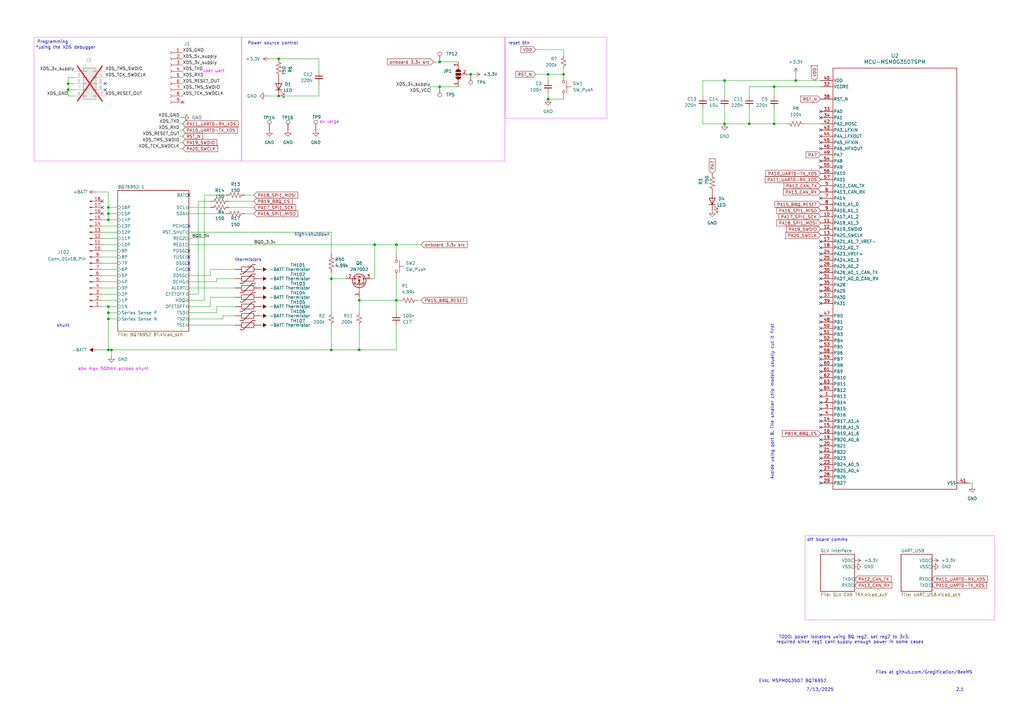
<source format=kicad_sch>
(kicad_sch (version 20250114) (generator "eeschema") (generator_version "9.0")
  (paper "A3")
  (rectangle (start 330.2 219.71) (end 407.924 254.254) (stroke (width 0) (color 234 84 255 1)))
  (rectangle (start 13.97 15.24) (end 99.06 66.04) (stroke (width 0) (color 234 84 255 1)))
  (rectangle (start 99.06 15.24) (end 207.01 66.04) (stroke (width 0) (color 234 84 255 1)))
  (rectangle (start 207.264 15.24) (end 248.92 48.514) (stroke (width 0) (color 234 84 255 1)))
  (text "7/13/2025" (at 336.296 282.956 0) (effects (font (size 1.27 1.27))))
  (text "shunt" (at 25.908 133.604 0) (effects (font (size 1.27 1.27))))
  (text "2.1" (at 393.7 282.956 0) (effects (font (size 1.27 1.27))))
  (text "reset btn" (at 212.852 17.78 0) (effects (font (size 1.27 1.27))))
  (text "Power source control" (at 101.6 17.78 0) (effects (font (size 1.27 1.27)) (justify left)))
  (text "ex large" (at 135.128 50.038 0) (effects (font (size 1.27 1.27))))
  (text "abs max 500mV across shunt" (at 46.482 151.384 0) (effects (font (size 1.27 1.27))))
  (text "Programming" (at 21.59 17.272 0) (effects (font (size 1.27 1.27))))
  (text "off board comms\n" (at 330.962 221.488 0) (effects (font (size 1.27 1.27)) (justify left)))
  (text "user uart" (at 87.63 29.21 0) (effects (font (size 1.27 1.27))))
  (text "Avoide using port B. THe smaller chip models usually cut it first" (at 316.738 164.846 90) (effects (font (size 1.27 1.27))))
  (text "thermistors" (at 101.854 106.68 0) (effects (font (size 1.27 1.27))))
  (text "TODO: power isolators using BQ reg2, set reg2 to 3v3.\n	required since reg1 cant supply enough power in some cases" (at 346.202 262.382 0) (effects (font (size 1.27 1.27))))
  (text "EVAL MSPM0G3507 BQ76952" (at 325.12 279.4 0) (effects (font (size 1.27 1.27))))
  (text "Files at github.com/Gregification/BeeMS" (at 378.968 275.844 0) (effects (font (size 1.27 1.27))))
  (text "*using the XDS debugger" (at 26.924 19.558 0) (effects (font (size 1.27 1.27))))
  (text "high=shutdown" (at 128.016 96.266 0) (effects (font (size 1.27 1.27))))
  (junction (at 44.45 143.51))
  (junction (at 231.14 30.48))
  (junction (at 224.79 30.48))
  (junction (at 44.45 87.63))
  (junction (at 317.5 50.8))
  (junction (at 44.45 128.27))
  (junction (at 147.32 143.51))
  (junction (at 114.3 39.37))
  (junction (at 180.34 25.4))
  (junction (at 147.32 123.19))
  (junction (at 114.3 24.13))
  (junction (at 162.56 123.19))
  (junction (at 44.45 130.81))
  (junction (at 153.67 100.33))
  (junction (at 44.45 90.17))
  (junction (at 44.45 85.09))
  (junction (at 307.34 50.8))
  (junction (at 45.72 143.51))
  (junction (at 135.89 143.51))
  (junction (at 297.18 50.8))
  (junction (at 297.18 33.02))
  (junction (at 193.04 30.48))
  (junction (at 162.56 100.33))
  (junction (at 135.89 114.3))
  (junction (at 27.94 36.83))
  (junction (at 326.39 33.02))
  (junction (at 44.45 125.73))
  (junction (at 27.94 34.29))
  (junction (at 180.34 35.56))
  (junction (at 224.79 40.64))
  (junction (at 317.5 35.56))
  (no_connect (at 336.55 104.14))
  (no_connect (at 336.55 154.94))
  (no_connect (at 336.55 162.56))
  (no_connect (at 336.55 147.32))
  (no_connect (at 74.93 41.91))
  (no_connect (at 336.55 187.96))
  (no_connect (at 336.55 53.34))
  (no_connect (at 336.55 137.16))
  (no_connect (at 77.47 107.95))
  (no_connect (at 336.55 134.62))
  (no_connect (at 43.18 34.29))
  (no_connect (at 336.55 182.88))
  (no_connect (at 336.55 193.04))
  (no_connect (at 336.55 58.42))
  (no_connect (at 336.55 106.68))
  (no_connect (at 336.55 111.76))
  (no_connect (at 336.55 170.18))
  (no_connect (at 336.55 129.54))
  (no_connect (at 77.47 110.49))
  (no_connect (at 336.55 144.78))
  (no_connect (at 336.55 139.7))
  (no_connect (at 336.55 198.12))
  (no_connect (at 77.47 92.71))
  (no_connect (at 336.55 68.58))
  (no_connect (at 336.55 114.3))
  (no_connect (at 336.55 157.48))
  (no_connect (at 77.47 105.41))
  (no_connect (at 336.55 152.4))
  (no_connect (at 77.47 80.01))
  (no_connect (at 336.55 101.6))
  (no_connect (at 336.55 190.5))
  (no_connect (at 336.55 185.42))
  (no_connect (at 77.47 102.87))
  (no_connect (at 336.55 119.38))
  (no_connect (at 336.55 180.34))
  (no_connect (at 336.55 195.58))
  (no_connect (at 336.55 175.26))
  (no_connect (at 336.55 109.22))
  (no_connect (at 336.55 99.06))
  (no_connect (at 336.55 116.84))
  (no_connect (at 336.55 132.08))
  (no_connect (at 336.55 167.64))
  (no_connect (at 336.55 45.72))
  (no_connect (at 336.55 142.24))
  (no_connect (at 336.55 66.04))
  (no_connect (at 336.55 48.26))
  (no_connect (at 336.55 121.92))
  (no_connect (at 336.55 172.72))
  (no_connect (at 336.55 55.88))
  (no_connect (at 336.55 60.96))
  (no_connect (at 43.18 36.83))
  (no_connect (at 336.55 160.02))
  (no_connect (at 336.55 165.1))
  (no_connect (at 336.55 124.46))
  (no_connect (at 41.91 85.09))
  (no_connect (at 336.55 149.86))
  (no_connect (at 41.91 87.63))
  (no_connect (at 41.91 82.55))
  (no_connect (at 336.55 81.28))
  (wire (pts (xy 153.67 100.33) (xy 162.56 100.33)))
  (wire (pts (xy 41.91 125.73) (xy 44.45 125.73)))
  (wire (pts (xy 114.3 24.13) (xy 130.81 24.13)))
  (wire (pts (xy 93.98 82.55) (xy 104.14 82.55)))
  (wire (pts (xy 44.45 128.27) (xy 44.45 130.81)))
  (wire (pts (xy 147.32 133.35) (xy 147.32 143.51)))
  (wire (pts (xy 73.66 50.8) (xy 74.93 50.8)))
  (wire (pts (xy 317.5 44.45) (xy 317.5 50.8)))
  (wire (pts (xy 77.47 118.11) (xy 96.52 118.11)))
  (wire (pts (xy 41.91 115.57) (xy 48.26 115.57)))
  (wire (pts (xy 73.66 58.42) (xy 74.93 58.42)))
  (wire (pts (xy 147.32 121.92) (xy 147.32 123.19)))
  (wire (pts (xy 41.91 120.65) (xy 48.26 120.65)))
  (wire (pts (xy 27.94 31.75) (xy 27.94 34.29)))
  (wire (pts (xy 297.18 33.02) (xy 326.39 33.02)))
  (wire (pts (xy 307.34 50.8) (xy 317.5 50.8)))
  (wire (pts (xy 27.94 34.29) (xy 30.48 34.29)))
  (wire (pts (xy 288.29 33.02) (xy 297.18 33.02)))
  (wire (pts (xy 44.45 128.27) (xy 48.26 128.27)))
  (wire (pts (xy 317.5 50.8) (xy 322.58 50.8)))
  (wire (pts (xy 44.45 85.09) (xy 48.26 85.09)))
  (wire (pts (xy 81.28 82.55) (xy 86.36 82.55)))
  (wire (pts (xy 88.9 125.73) (xy 96.52 125.73)))
  (wire (pts (xy 44.45 125.73) (xy 44.45 128.27)))
  (wire (pts (xy 27.94 39.37) (xy 30.48 39.37)))
  (wire (pts (xy 77.47 120.65) (xy 81.28 120.65)))
  (wire (pts (xy 39.37 143.51) (xy 44.45 143.51)))
  (wire (pts (xy 176.53 38.1) (xy 176.53 35.56)))
  (wire (pts (xy 77.47 128.27) (xy 88.9 128.27)))
  (wire (pts (xy 83.82 80.01) (xy 92.71 80.01)))
  (wire (pts (xy 193.04 30.48) (xy 191.77 30.48)))
  (wire (pts (xy 231.14 40.64) (xy 224.79 40.64)))
  (wire (pts (xy 147.32 123.19) (xy 147.32 128.27)))
  (wire (pts (xy 153.67 100.33) (xy 153.67 114.3)))
  (wire (pts (xy 41.91 95.25) (xy 48.26 95.25)))
  (wire (pts (xy 73.66 53.34) (xy 74.93 53.34)))
  (wire (pts (xy 73.66 60.96) (xy 74.93 60.96)))
  (wire (pts (xy 44.45 130.81) (xy 48.26 130.81)))
  (wire (pts (xy 171.45 123.19) (xy 172.72 123.19)))
  (wire (pts (xy 44.45 78.74) (xy 44.45 85.09)))
  (wire (pts (xy 398.78 199.39) (xy 398.78 198.12)))
  (wire (pts (xy 297.18 44.45) (xy 297.18 50.8)))
  (wire (pts (xy 194.31 30.48) (xy 193.04 30.48)))
  (wire (pts (xy 398.78 198.12) (xy 397.51 198.12)))
  (wire (pts (xy 83.82 123.19) (xy 83.82 80.01)))
  (wire (pts (xy 326.39 33.02) (xy 336.55 33.02)))
  (wire (pts (xy 135.89 111.76) (xy 135.89 114.3)))
  (wire (pts (xy 41.91 105.41) (xy 48.26 105.41)))
  (wire (pts (xy 297.18 33.02) (xy 297.18 39.37)))
  (wire (pts (xy 41.91 110.49) (xy 48.26 110.49)))
  (wire (pts (xy 109.22 39.37) (xy 114.3 39.37)))
  (wire (pts (xy 73.66 48.26) (xy 74.93 48.26)))
  (wire (pts (xy 88.9 114.3) (xy 88.9 115.57)))
  (wire (pts (xy 180.34 35.56) (xy 187.96 35.56)))
  (wire (pts (xy 73.66 55.88) (xy 74.93 55.88)))
  (wire (pts (xy 231.14 27.94) (xy 231.14 30.48)))
  (wire (pts (xy 100.33 80.01) (xy 104.14 80.01)))
  (wire (pts (xy 77.47 100.33) (xy 153.67 100.33)))
  (wire (pts (xy 45.72 143.51) (xy 135.89 143.51)))
  (wire (pts (xy 77.47 113.03) (xy 86.36 113.03)))
  (wire (pts (xy 317.5 35.56) (xy 336.55 35.56)))
  (wire (pts (xy 135.89 114.3) (xy 142.24 114.3)))
  (wire (pts (xy 91.44 129.54) (xy 96.52 129.54)))
  (wire (pts (xy 219.71 20.32) (xy 231.14 20.32)))
  (wire (pts (xy 77.47 133.35) (xy 96.52 133.35)))
  (wire (pts (xy 162.56 114.3) (xy 162.56 123.19)))
  (wire (pts (xy 77.47 87.63) (xy 92.71 87.63)))
  (wire (pts (xy 77.47 130.81) (xy 91.44 130.81)))
  (wire (pts (xy 224.79 30.48) (xy 224.79 33.02)))
  (wire (pts (xy 147.32 123.19) (xy 162.56 123.19)))
  (wire (pts (xy 44.45 130.81) (xy 44.45 143.51)))
  (wire (pts (xy 130.81 34.29) (xy 130.81 39.37)))
  (wire (pts (xy 297.18 50.8) (xy 307.34 50.8)))
  (wire (pts (xy 180.34 25.4) (xy 187.96 25.4)))
  (wire (pts (xy 77.47 125.73) (xy 86.36 125.73)))
  (wire (pts (xy 100.33 87.63) (xy 104.14 87.63)))
  (wire (pts (xy 27.94 36.83) (xy 30.48 36.83)))
  (wire (pts (xy 162.56 143.51) (xy 147.32 143.51)))
  (wire (pts (xy 224.79 40.64) (xy 224.79 38.1)))
  (wire (pts (xy 27.94 39.37) (xy 27.94 36.83)))
  (wire (pts (xy 41.91 97.79) (xy 48.26 97.79)))
  (wire (pts (xy 219.71 30.48) (xy 224.79 30.48)))
  (wire (pts (xy 86.36 121.92) (xy 86.36 125.73)))
  (wire (pts (xy 231.14 20.32) (xy 231.14 22.86)))
  (wire (pts (xy 162.56 123.19) (xy 163.83 123.19)))
  (wire (pts (xy 162.56 123.19) (xy 162.56 128.27)))
  (wire (pts (xy 307.34 35.56) (xy 317.5 35.56)))
  (wire (pts (xy 110.49 24.13) (xy 114.3 24.13)))
  (wire (pts (xy 162.56 100.33) (xy 172.72 100.33)))
  (wire (pts (xy 96.52 114.3) (xy 88.9 114.3)))
  (wire (pts (xy 39.37 78.74) (xy 44.45 78.74)))
  (wire (pts (xy 176.53 35.56) (xy 180.34 35.56)))
  (wire (pts (xy 41.91 107.95) (xy 48.26 107.95)))
  (wire (pts (xy 41.91 102.87) (xy 48.26 102.87)))
  (wire (pts (xy 153.67 114.3) (xy 152.4 114.3)))
  (wire (pts (xy 77.47 97.79) (xy 78.74 97.79)))
  (wire (pts (xy 307.34 35.56) (xy 307.34 39.37)))
  (wire (pts (xy 330.2 50.8) (xy 336.55 50.8)))
  (wire (pts (xy 135.89 133.35) (xy 135.89 143.51)))
  (wire (pts (xy 41.91 90.17) (xy 44.45 90.17)))
  (wire (pts (xy 288.29 44.45) (xy 288.29 50.8)))
  (wire (pts (xy 135.89 143.51) (xy 147.32 143.51)))
  (wire (pts (xy 44.45 87.63) (xy 44.45 90.17)))
  (wire (pts (xy 162.56 100.33) (xy 162.56 104.14)))
  (wire (pts (xy 162.56 133.35) (xy 162.56 143.51)))
  (wire (pts (xy 130.81 24.13) (xy 130.81 29.21)))
  (wire (pts (xy 41.91 92.71) (xy 48.26 92.71)))
  (wire (pts (xy 177.8 25.4) (xy 180.34 25.4)))
  (wire (pts (xy 288.29 33.02) (xy 288.29 39.37)))
  (wire (pts (xy 135.89 114.3) (xy 135.89 128.27)))
  (wire (pts (xy 77.47 115.57) (xy 88.9 115.57)))
  (wire (pts (xy 307.34 50.8) (xy 307.34 44.45)))
  (wire (pts (xy 27.94 31.75) (xy 30.48 31.75)))
  (wire (pts (xy 88.9 125.73) (xy 88.9 128.27)))
  (wire (pts (xy 44.45 85.09) (xy 44.45 87.63)))
  (wire (pts (xy 288.29 50.8) (xy 297.18 50.8)))
  (wire (pts (xy 224.79 30.48) (xy 231.14 30.48)))
  (wire (pts (xy 317.5 35.56) (xy 317.5 39.37)))
  (wire (pts (xy 326.39 30.48) (xy 326.39 33.02)))
  (wire (pts (xy 114.3 39.37) (xy 130.81 39.37)))
  (wire (pts (xy 44.45 125.73) (xy 48.26 125.73)))
  (wire (pts (xy 77.47 85.09) (xy 86.36 85.09)))
  (wire (pts (xy 41.91 123.19) (xy 48.26 123.19)))
  (wire (pts (xy 77.47 95.25) (xy 135.89 95.25)))
  (wire (pts (xy 135.89 95.25) (xy 135.89 104.14)))
  (wire (pts (xy 41.91 118.11) (xy 48.26 118.11)))
  (wire (pts (xy 93.98 85.09) (xy 104.14 85.09)))
  (wire (pts (xy 86.36 110.49) (xy 86.36 113.03)))
  (wire (pts (xy 27.94 36.83) (xy 27.94 34.29)))
  (wire (pts (xy 44.45 87.63) (xy 48.26 87.63)))
  (wire (pts (xy 41.91 100.33) (xy 48.26 100.33)))
  (wire (pts (xy 96.52 110.49) (xy 86.36 110.49)))
  (wire (pts (xy 91.44 130.81) (xy 91.44 129.54)))
  (wire (pts (xy 44.45 90.17) (xy 48.26 90.17)))
  (wire (pts (xy 77.47 123.19) (xy 83.82 123.19)))
  (wire (pts (xy 41.91 113.03) (xy 48.26 113.03)))
  (wire (pts (xy 81.28 82.55) (xy 81.28 120.65)))
  (wire (pts (xy 86.36 121.92) (xy 96.52 121.92)))
  (wire (pts (xy 44.45 143.51) (xy 45.72 143.51)))
  (wire (pts (xy 45.72 143.51) (xy 45.72 146.05)))
  (label "XDS_TMS_SWDIO" (at 73.66 58.42 180))
  (label "XDS_TXD" (at 74.93 29.21 0))
  (label "XDS_TCK_SWDCLK" (at 74.93 39.37 0))
  (label "XDS_GND" (at 74.93 21.59 0))
  (label "XDS_TMS_SWDIO" (at 43.18 29.21 0))
  (label "XDS_TMS_SWDIO" (at 74.93 36.83 0))
  (label "BQ0_3.3v" (at 104.14 100.33 0))
  (label "XDS_3v_supply" (at 30.48 29.21 180))
  (label "XDS_5v_supply" (at 74.93 24.13 0))
  (label "XDS_VCC" (at 176.53 38.1 180))
  (label "XDS_RESET_OUT" (at 74.93 34.29 0))
  (label "XDS_GND" (at 73.66 48.26 180))
  (label "XDS_3v_supply" (at 74.93 26.67 0))
  (label "XDS_TCK_SWDCLK" (at 43.18 31.75 0))
  (label "XDS_RXD" (at 74.93 31.75 0))
  (label "XDS_RESET_OUT" (at 43.18 39.37 0))
  (label "XDS_RESET_OUT" (at 73.66 55.88 180))
  (label "XDS_3v_supply" (at 176.53 35.56 180))
  (label "XDS_GND" (at 27.94 39.37 180))
  (label "XDS_TXD" (at 73.66 50.8 180))
  (label "XDS_RXD" (at 73.66 53.34 180))
  (label "XDS_TCK_SWDCLK" (at 73.66 60.96 180))
  (label "BQ0_5v" (at 78.74 97.79 0))
  (global_label "PA17_SPI1_SCK" (shape input) (at 336.55 88.9 180) (property "Intersheetrefs" "${INTERSHEET_REFS}" (effects (hide yes))))
  (global_label "PA12_CAN_TX" (shape input) (at 336.55 76.2 180) (property "Intersheetrefs" "${INTERSHEET_REFS}" (effects (hide yes))))
  (global_label "PA7" (shape input) (at 336.55 63.5 180) (property "Intersheetrefs" "${INTERSHEET_REFS}" (effects (hide yes))))
  (global_label "PA15_BBQ_RESET" (shape input) (at 336.55 83.82 180) (property "Intersheetrefs" "${INTERSHEET_REFS}" (effects (hide yes))))
  (global_label "PA10_UART0-TX_XDS" (shape input) (at 382.27 240.03 0) (property "Intersheetrefs" "${INTERSHEET_REFS}" (effects (hide yes))))
  (global_label "PA17_SPI1_SCK" (shape input) (at 104.14 85.09 0) (property "Intersheetrefs" "${INTERSHEET_REFS}" (effects (hide yes))))
  (global_label "PA16_SPI1_MISO" (shape input) (at 104.14 87.63 0) (property "Intersheetrefs" "${INTERSHEET_REFS}" (effects (hide yes))))
  (global_label "PB19_BBQ_CS" (shape input) (at 336.55 177.8 180) (property "Intersheetrefs" "${INTERSHEET_REFS}" (effects (hide yes))))
  (global_label "VDD" (shape input) (at 334.01 33.02 90) (property "Intersheetrefs" "${INTERSHEET_REFS}" (effects (hide yes))))
  (global_label "RST_N" (shape input) (at 219.71 30.48 180) (property "Intersheetrefs" "${INTERSHEET_REFS}" (effects (hide yes))))
  (global_label "PA13_CAN_RX" (shape input) (at 350.52 240.03 0) (property "Intersheetrefs" "${INTERSHEET_REFS}" (effects (hide yes))))
  (global_label "PA11_UART0-RX_XDS" (shape input) (at 382.27 237.49 0) (property "Intersheetrefs" "${INTERSHEET_REFS}" (effects (hide yes))))
  (global_label "PA11_UART0-RX_XDS" (shape input) (at 336.55 73.66 180) (property "Intersheetrefs" "${INTERSHEET_REFS}" (effects (hide yes))))
  (global_label "PA20_SWCLK" (shape input) (at 74.93 60.96 0) (property "Intersheetrefs" "${INTERSHEET_REFS}" (effects (hide yes))))
  (global_label "PA13_CAN_RX" (shape input) (at 336.55 78.74 180) (property "Intersheetrefs" "${INTERSHEET_REFS}" (effects (hide yes))))
  (global_label "onboard 3.3v src" (shape input) (at 177.8 25.4 180) (property "Intersheetrefs" "${INTERSHEET_REFS}" (effects (hide yes))))
  (global_label "PA18_SPI1_MOSI" (shape input) (at 336.55 91.44 180) (property "Intersheetrefs" "${INTERSHEET_REFS}" (effects (hide yes))))
  (global_label "PA10_UART0-TX_XDS" (shape input) (at 336.55 71.12 180) (property "Intersheetrefs" "${INTERSHEET_REFS}" (effects (hide yes))))
  (global_label "PA10_UART0-TX_XDS" (shape input) (at 74.93 53.34 0) (property "Intersheetrefs" "${INTERSHEET_REFS}" (effects (hide yes))))
  (global_label "onboard 3.3v src" (shape input) (at 172.72 100.33 0) (property "Intersheetrefs" "${INTERSHEET_REFS}" (effects (hide yes))))
  (global_label "PA19_SWDIO" (shape input) (at 74.93 58.42 0) (property "Intersheetrefs" "${INTERSHEET_REFS}" (effects (hide yes))))
  (global_label "PA12_CAN_TX" (shape input) (at 350.52 237.49 0) (property "Intersheetrefs" "${INTERSHEET_REFS}" (effects (hide yes))))
  (global_label "PA15_BBQ_RESET" (shape input) (at 172.72 123.19 0) (property "Intersheetrefs" "${INTERSHEET_REFS}" (effects (hide yes))))
  (global_label "VDD" (shape input) (at 219.71 20.32 180) (property "Intersheetrefs" "${INTERSHEET_REFS}" (effects (hide yes))))
  (global_label "PA11_UART0-RX_XDS" (shape input) (at 74.93 50.8 0) (property "Intersheetrefs" "${INTERSHEET_REFS}" (effects (hide yes))))
  (global_label "PA19_SWDIO" (shape input) (at 336.55 93.98 180) (property "Intersheetrefs" "${INTERSHEET_REFS}" (effects (hide yes))))
  (global_label "PB19_BBQ_CS" (shape input) (at 104.14 82.55 0) (property "Intersheetrefs" "${INTERSHEET_REFS}" (effects (hide yes))))
  (global_label "PA16_SPI1_MISO" (shape input) (at 336.55 86.36 180) (property "Intersheetrefs" "${INTERSHEET_REFS}" (effects (hide yes))))
  (global_label "PA20_SWCLK" (shape input) (at 336.55 96.52 180) (property "Intersheetrefs" "${INTERSHEET_REFS}" (effects (hide yes))))
  (global_label "PA18_SPI1_MOSI" (shape input) (at 104.14 80.01 0) (property "Intersheetrefs" "${INTERSHEET_REFS}" (effects (hide yes))))
  (global_label "PA7" (shape input) (at 292.1 71.12 90) (property "Intersheetrefs" "${INTERSHEET_REFS}" (effects (hide yes))))
  (global_label "RST_N" (shape input) (at 336.55 40.64 180) (property "Intersheetrefs" "${INTERSHEET_REFS}" (effects (hide yes))))
  (global_label "RST_N" (shape input) (at 74.93 55.88 0) (property "Intersheetrefs" "${INTERSHEET_REFS}" (effects (hide yes))))
  (symbol (lib_id "Device:R_US") (at 90.17 85.09 270) (unit 1)
    (property "Reference" "R4" (at 92.075 86.995 90) (effects (justify right)))
    (property "Value" "150" (at 92.075 89.535 90) (effects (justify right)))
    (property "Footprint" "Resistor_SMD:R_1206_3216Metric_Pad1.30x1.75mm_HandSolder" (effects (hide yes)))
    (property "Description" "Resistor, US symbol" (effects (hide yes)))
    (property "mouser" "https://www.mouser.com/ProductDetail/YAGEO/AC1206FR-7W150RL?qs=sGAEpiMZZMtlubZbdhIBICFms2LWLh%252Bq5GguBuup7BI%3D" (effects (hide yes)))
    (property "specs" "150Ohm, 500mW, 1%, 200V, -55C, +155C" (effects (hide yes)))
    (property "unit x10" "0.032" (effects (hide yes)))
  )
  (symbol (lib_id "Device:R_Small_US") (at 147.32 130.81 0) (mirror x) (unit 1)
    (property "Reference" "R11" (at 144.78 129.5399 0) (effects (justify right)))
    (property "Value" "200k" (at 144.78 132.0799 0) (effects (justify right)))
    (property "Footprint" "Resistor_SMD:R_0805_2012Metric_Pad1.20x1.40mm_HandSolder" (effects (hide yes)))
    (property "Description" "Resistor, small US symbol" (effects (hide yes)))
    (property "mouser" "https://www.mouser.com/ProductDetail/KOA-Speer/RK73H2ATTDD2003F?qs=sGAEpiMZZMtlubZbdhIBIAyoqdA8MvAxN%252BSNgJK1iJE%3D" (effects (hide yes)))
    (property "unit x10" "0.1" (effects (hide yes)))
    (property "unit x1" "0.02" (effects (hide yes)))
    (property "specs " "250mW, 200k, 1%" (effects (hide yes)))
  )
  (symbol (lib_id "Device:LED") (at 114.3 35.56 90) (unit 1)
    (property "Reference" "D1" (at 118.11 34.544 90))
    (property "Value" "LED" (at 118.11 37.084 90))
    (property "Footprint" "LED_SMD:LED_0603_1608Metric" (effects (hide yes)))
    (property "Description" "Amber LED, 5mA, 1.9Vf, 5Vr, 75mW" (effects (hide yes)))
    (property "Sim.Pins" "1=K 2=A" (effects (hide yes)))
    (property "mouser" "https://www.mouser.com/ProductDetail/Inolux/IN-S63AT5A?qs=sGAEpiMZZMusoohG2hS%252B168PbK3Wnfgfrs6xlVjjR%2FyR990S%252B53E4A%3D%3D" (effects (hide yes)))
    (property "specs" "amber, 5mA, 1.9V, 75mW, -40C, +85C" (effects (hide yes)))
    (property "unit x10" "0.118" (effects (hide yes)))
  )
  (symbol (lib_id "Device:R_Small_US") (at 231.14 25.4 0) (mirror x) (unit 1)
    (property "Reference" "R7" (at 228.6 24.1299 0) (effects (justify right)))
    (property "Value" "200k" (at 228.6 26.6699 0) (effects (justify right)))
    (property "Footprint" "Resistor_SMD:R_0805_2012Metric_Pad1.20x1.40mm_HandSolder" (effects (hide yes)))
    (property "Description" "Resistor, small US symbol" (effects (hide yes)))
    (property "mouser" "https://www.mouser.com/ProductDetail/KOA-Speer/RK73H2ATTDD2003F?qs=sGAEpiMZZMtlubZbdhIBIAyoqdA8MvAxN%252BSNgJK1iJE%3D" (effects (hide yes)))
    (property "unit x10" "0.1" (effects (hide yes)))
    (property "unit x1" "0.02" (effects (hide yes)))
    (property "specs " "250mW, 200k, 1%" (effects (hide yes)))
  )
  (symbol (lib_id "Switch:SW_Push") (at 162.56 109.22 270) (unit 1)
    (property "Reference" "SW2" (at 166.37 107.9499 90) (effects (justify left)))
    (property "Value" "SW_Push" (at 166.37 110.4899 90) (effects (justify left)))
    (property "Footprint" "Button_Switch_SMD:SW_SPST_PTS645" (effects (hide yes)))
    (property "Datasheet" "https://www.mouser.com/ProductDetail/Soldered/101111?qs=%252BXxaIXUDbq05T1Vr5nLouw%3D%3D" (effects (hide yes)))
    (property "Description" "Push button switch, generic, two pins" (effects (hide yes)))
    (property "mouser" "https://www.mouser.com/ProductDetail/CK/KSC251J-SP-DELTA-LFS?qs=sGAEpiMZZMtFyPk3yBMYYFTocizRX9VpYSHB0QfEbpY%3D" (effects (hide yes)))
    (property "unit x10" "0.532" (effects (hide yes)))
  )
  (symbol (lib_id "power:GND") (at 224.79 40.64 0) (unit 1)
    (property "Reference" "#PWR010" (effects (hide yes)))
    (property "Value" "GND" (at 224.79 45.72 0))
    (property "Description" "Power symbol creates a global label with name \"GND\" , ground" (effects (hide yes)))
  )
  (symbol (lib_id "power:-BATT") (at 106.68 121.92 270) (unit 1)
    (property "Reference" "#PWR0107" (effects (hide yes)))
    (property "Value" "-BATT" (at 110.49 121.9201 90) (effects (justify left)))
    (property "Description" "Power symbol creates a global label with name \"-BATT\"" (effects (hide yes)))
  )
  (symbol (lib_id "power:-BATT") (at 106.68 125.73 270) (unit 1)
    (property "Reference" "#PWR0108" (effects (hide yes)))
    (property "Value" "-BATT" (at 110.49 125.7301 90) (effects (justify left)))
    (property "Description" "Power symbol creates a global label with name \"-BATT\"" (effects (hide yes)))
  )
  (symbol (lib_id "power:-BATT") (at 106.68 114.3 270) (unit 1)
    (property "Reference" "#PWR0105" (effects (hide yes)))
    (property "Value" "-BATT" (at 110.49 114.3001 90) (effects (justify left)))
    (property "Description" "Power symbol creates a global label with name \"-BATT\"" (effects (hide yes)))
  )
  (symbol (lib_id "Transistor_FET:2N7002") (at 147.32 116.84 270) (mirror x) (unit 1)
    (property "Reference" "Q6" (at 147.32 107.95 90))
    (property "Value" "2N7002" (at 147.32 110.49 90))
    (property "Footprint" "Package_TO_SOT_SMD:SOT-23" (effects (hide yes)))
    (property "Datasheet" "https://www.onsemi.com/pub/Collateral/NDS7002A-D.PDF" (effects (hide yes)))
    (property "Description" "0.115A Id, 60V Vds, N-Channel MOSFET, SOT-23" (effects (hide yes)))
    (property "mouser" "https://www.mouser.com/ProductDetail/Diotec-Semiconductor/2N7002?qs=OlC7AqGiEDmcCpiykpS%252BnA%3D%3D" (effects (hide yes)))
    (property "specs" "NChan, 60V, 250mA, 1v1thresh, 440mW, 1.6Ohms" (effects (hide yes)))
    (property "unit x10" "0.09" (effects (hide yes)))
    (property "unit x1" "0.12" (effects (hide yes)))
  )
  (symbol (lib_id "power:GND") (at 110.49 53.34 0) (unit 1)
    (property "Reference" "#PWR05" (effects (hide yes)))
    (property "Value" "GND" (at 110.49 58.42 0))
    (property "Description" "Power symbol creates a global label with name \"GND\" , ground" (effects (hide yes)))
  )
  (symbol (lib_id "Switch:SW_Push") (at 231.14 35.56 270) (unit 1)
    (property "Reference" "SW1" (at 234.95 34.2899 90) (effects (justify left)))
    (property "Value" "SW_Push" (at 234.95 36.8299 90) (effects (justify left)))
    (property "Footprint" "Button_Switch_SMD:SW_SPST_PTS645" (effects (hide yes)))
    (property "Datasheet" "https://www.mouser.com/ProductDetail/Soldered/101111?qs=%252BXxaIXUDbq05T1Vr5nLouw%3D%3D" (effects (hide yes)))
    (property "Description" "Push button switch, generic, two pins" (effects (hide yes)))
    (property "mouser" "https://www.mouser.com/ProductDetail/CK/KSC251J-SP-DELTA-LFS?qs=sGAEpiMZZMtFyPk3yBMYYFTocizRX9VpYSHB0QfEbpY%3D" (effects (hide yes)))
    (property "unit x10" "0.532" (effects (hide yes)))
  )
  (symbol (lib_id "Device:LED") (at 292.1 82.55 90) (unit 1)
    (property "Reference" "D4" (at 295.91 81.534 90))
    (property "Value" "LED" (at 295.91 84.074 90))
    (property "Footprint" "LED_SMD:LED_0603_1608Metric" (effects (hide yes)))
    (property "Description" "Amber LED, 5mA, 1.9Vf, 5Vr, 75mW" (effects (hide yes)))
    (property "Sim.Pins" "1=K 2=A" (effects (hide yes)))
    (property "mouser" "https://www.mouser.com/ProductDetail/Inolux/IN-S63AT5A?qs=sGAEpiMZZMusoohG2hS%252B168PbK3Wnfgfrs6xlVjjR%2FyR990S%252B53E4A%3D%3D" (effects (hide yes)))
    (property "specs" "amber, 5mA, 1.9V, 75mW, -40C, +85C" (effects (hide yes)))
    (property "unit x10" "0.118" (effects (hide yes)))
  )
  (symbol (lib_id "power:+3.3V") (at 110.49 24.13 90) (unit 1)
    (property "Reference" "#PWR020" (effects (hide yes)))
    (property "Value" "+3.3V" (at 106.68 24.1299 90) (effects (justify left)))
    (property "Description" "Power symbol creates a global label with name \"+3.3V\"" (effects (hide yes)))
  )
  (symbol (lib_id "power:-BATT") (at 106.68 129.54 270) (unit 1)
    (property "Reference" "#PWR0109" (effects (hide yes)))
    (property "Value" "-BATT" (at 110.49 129.5401 90) (effects (justify left)))
    (property "Description" "Power symbol creates a global label with name \"-BATT\"" (effects (hide yes)))
  )
  (symbol (lib_id "Device:Thermistor") (at 101.6 133.35 90) (unit 1)
    (property "Reference" "TH107" (at 122.174 131.572 90))
    (property "Value" "Thermistor" (at 122.174 133.35 90))
    (property "Footprint" "Resistor_SMD:R_1206_3216Metric" (effects (hide yes)))
    (property "Datasheet" "https://www.mouser.com/catalog/specsheets/semitec_atthermistor.pdf" (effects (hide yes)))
    (property "Description" "Temperature dependent resistor" (effects (hide yes)))
    (property "mouser" "https://www.mouser.com/ProductDetail/Semitec/103AT-2?qs=wgO0AD0o1vvcDzsKguD%2Bew%3D%3D&srsltid=AfmBOooUcbWOzFYbR_yLlES88fRwyUsa0gc9wqxUpY0n7HWnXUXQ11PP" (effects (hide yes)))
  )
  (symbol (lib_id "Device:C_Small") (at 317.5 41.91 0) (mirror y) (unit 1)
    (property "Reference" "C5" (at 314.96 40.6462 0) (effects (justify left)))
    (property "Value" "220n" (at 314.96 43.1862 0) (effects (justify left)))
    (property "Footprint" "Capacitor_SMD:C_1206_3216Metric_Pad1.33x1.80mm_HandSolder" (effects (hide yes)))
    (property "Datasheet" "https://www.mouser.com/ProductDetail/Samsung-Electro-Mechanics/CL31B224KBFNNNF?qs=sGAEpiMZZMsh%252B1woXyUXj7iNKXiFkBmw7C%252BUlKpuDJ8%3D" (effects (hide yes)))
    (property "Description" "50Vdc, 10%, +125C" (effects (hide yes)))
    (property "mouser" "https://www.mouser.com/ProductDetail/Samsung-Electro-Mechanics/CL31B224KBFNNNF?qs=sGAEpiMZZMsh%252B1woXyUXj7iNKXiFkBmw7C%252BUlKpuDJ8%3D" (effects (hide yes)))
    (property "specs" "50VDC, X7R, 10%, -55C, +125C, 220nF" (effects (hide yes)))
    (property "unit x10" "0.054" (effects (hide yes)))
  )
  (symbol (lib_id "Connector:TestPoint") (at 110.49 53.34 0) (unit 1) (in_bom no)
    (property "Reference" "TP14" (at 107.95 48.26 0) (effects (justify left)))
    (property "Value" "TestPoint" (effects (hide yes)))
    (property "Footprint" "TestPoint:TestPoint_Loop_D2.50mm_Drill1.0mm_LowProfile" (effects (hide yes)))
    (property "Description" "test point" (effects (hide yes)))
  )
  (symbol (lib_id "Connector:TestPoint") (at 129.54 53.34 0) (unit 1) (in_bom no)
    (property "Reference" "TP9" (at 128.016 48.006 0) (effects (justify left)))
    (property "Value" "TestPoint" (effects (hide yes)))
    (property "Footprint" "TestPoint:TestPoint_THTPad_3.0x3.0mm_Drill1.5mm" (effects (hide yes)))
    (property "Description" "test point" (effects (hide yes)))
  )
  (symbol (lib_id "Device:C_Small") (at 307.34 41.91 0) (mirror y) (unit 1)
    (property "Reference" "C11" (at 304.8 40.6462 0) (effects (justify left)))
    (property "Value" "220n" (at 304.8 43.1862 0) (effects (justify left)))
    (property "Footprint" "Capacitor_SMD:C_1206_3216Metric_Pad1.33x1.80mm_HandSolder" (effects (hide yes)))
    (property "Datasheet" "https://www.mouser.com/ProductDetail/Samsung-Electro-Mechanics/CL31B224KBFNNNF?qs=sGAEpiMZZMsh%252B1woXyUXj7iNKXiFkBmw7C%252BUlKpuDJ8%3D" (effects (hide yes)))
    (property "Description" "50Vdc, 10%, +125C" (effects (hide yes)))
    (property "mouser" "https://www.mouser.com/ProductDetail/Samsung-Electro-Mechanics/CL31B224KBFNNNF?qs=sGAEpiMZZMsh%252B1woXyUXj7iNKXiFkBmw7C%252BUlKpuDJ8%3D" (effects (hide yes)))
    (property "specs" "50VDC, X7R, 10%, -55C, +125C, 220nF" (effects (hide yes)))
    (property "unit x10" "0.054" (effects (hide yes)))
  )
  (symbol (lib_id "power:-BATT") (at 106.68 133.35 270) (unit 1)
    (property "Reference" "#PWR0110" (effects (hide yes)))
    (property "Value" "-BATT" (at 110.49 133.3501 90) (effects (justify left)))
    (property "Description" "Power symbol creates a global label with name \"-BATT\"" (effects (hide yes)))
  )
  (symbol (lib_id "power:+BATT") (at 39.37 78.74 90) (unit 1)
    (property "Reference" "#PWR0101" (effects (hide yes)))
    (property "Value" "+BATT" (at 33.02 78.74 90))
    (property "Description" "Power symbol creates a global label with name \"+BATT\"" (effects (hide yes)))
  )
  (symbol (lib_id "Connector:TestPoint") (at 193.04 30.48 180) (unit 1) (in_bom no)
    (property "Reference" "TP4" (at 195.58 33.7819 0) (effects (justify right)))
    (property "Value" "TestPoint" (effects (hide yes)))
    (property "Footprint" "TestPoint:TestPoint_Loop_D2.50mm_Drill1.0mm_LowProfile" (effects (hide yes)))
    (property "Description" "test point" (effects (hide yes)))
  )
  (symbol (lib_id "power:-BATT") (at 106.68 110.49 270) (unit 1)
    (property "Reference" "#PWR0104" (effects (hide yes)))
    (property "Value" "-BATT" (at 110.49 110.4901 90) (effects (justify left)))
    (property "Description" "Power symbol creates a global label with name \"-BATT\"" (effects (hide yes)))
  )
  (symbol (lib_id "power:GND") (at 292.1 86.36 0) (unit 1)
    (property "Reference" "#PWR034" (effects (hide yes)))
    (property "Value" "GND" (at 292.1 91.44 0))
    (property "Description" "Power symbol creates a global label with name \"GND\" , ground" (effects (hide yes)))
  )
  (symbol (lib_id "Device:R_Small_US") (at 135.89 130.81 0) (mirror x) (unit 1)
    (property "Reference" "R2" (at 133.35 129.5399 0) (effects (justify right)))
    (property "Value" "200k" (at 133.35 132.0799 0) (effects (justify right)))
    (property "Footprint" "Resistor_SMD:R_0805_2012Metric_Pad1.20x1.40mm_HandSolder" (effects (hide yes)))
    (property "Description" "Resistor, small US symbol" (effects (hide yes)))
    (property "mouser" "https://www.mouser.com/ProductDetail/KOA-Speer/RK73H2ATTDD2003F?qs=sGAEpiMZZMtlubZbdhIBIAyoqdA8MvAxN%252BSNgJK1iJE%3D" (effects (hide yes)))
    (property "unit x10" "0.1" (effects (hide yes)))
    (property "unit x1" "0.02" (effects (hide yes)))
    (property "specs " "250mW, 200k, 1%" (effects (hide yes)))
  )
  (symbol (lib_id "Device:R_US") (at 96.52 87.63 270) (unit 1)
    (property "Reference" "R17" (at 94.615 89.535 90) (effects (justify left)))
    (property "Value" "150" (at 94.615 92.075 90) (effects (justify left)))
    (property "Footprint" "Resistor_SMD:R_1206_3216Metric_Pad1.30x1.75mm_HandSolder" (effects (hide yes)))
    (property "Description" "Resistor, US symbol" (effects (hide yes)))
    (property "mouser" "https://www.mouser.com/ProductDetail/YAGEO/AC1206FR-7W150RL?qs=sGAEpiMZZMtlubZbdhIBICFms2LWLh%252Bq5GguBuup7BI%3D" (effects (hide yes)))
    (property "specs" "150Ohm, 500mW, 1%, 200V, -55C, +155C" (effects (hide yes)))
    (property "unit x10" "0.032" (effects (hide yes)))
  )
  (symbol (lib_id "power:GND") (at 350.52 232.41 90) (unit 1)
    (property "Reference" "#PWR07" (effects (hide yes)))
    (property "Value" "GND" (at 354.33 232.4101 90) (effects (justify right)))
    (property "Description" "Power symbol creates a global label with name \"GND\" , ground" (effects (hide yes)))
  )
  (symbol (lib_id "power:-BATT") (at 39.37 143.51 90) (unit 1)
    (property "Reference" "#PWR0102" (effects (hide yes)))
    (property "Value" "-BATT" (at 35.56 143.5099 90) (effects (justify left)))
    (property "Description" "Power symbol creates a global label with name \"-BATT\"" (effects (hide yes)))
  )
  (symbol (lib_id "power:+3.3V") (at 382.27 229.87 270) (unit 1)
    (property "Reference" "#PWR04" (effects (hide yes)))
    (property "Value" "+3.3V" (at 386.08 229.8699 90) (effects (justify left)))
    (property "Description" "Power symbol creates a global label with name \"+3.3V\"" (effects (hide yes)))
  )
  (symbol (lib_id "zzLocalLibrary:MCU-MSM0G3507SPM") (at 336.55 33.02 0) (unit 1)
    (property "Reference" "U2" (at 367.03 22.86 0) (effects (font (size 1.524 1.524))))
    (property "Value" "MCU-MSM0G3507SPM" (at 367.03 25.4 0) (effects (font (size 1.524 1.524))))
    (property "Footprint" "zzLocalLibraries-Footprints:MSPM0G3507-64-IPC_A" (effects (hide yes)))
    (property "Datasheet" "https://www.mouser.com/ProductDetail/Texas-Instruments/MSPM0G3507SPMR?qs=ST9lo4GX8V0tukxOtqK%252B6A%3D%3D" (effects (hide yes)))
    (property "mouser" "https://www.mouser.com/ProductDetail/595-MSPM0G3507SPMR" (effects (hide yes)))
    (property "unit x10" "1.81" (effects (hide yes)))
  )
  (symbol (lib_id "power:GND") (at 398.78 199.39 0) (unit 1)
    (property "Reference" "#PWR012" (effects (hide yes)))
    (property "Value" "GND" (at 398.78 204.47 0))
    (property "Description" "Power symbol creates a global label with name \"GND\" , ground" (effects (hide yes)))
  )
  (symbol (lib_id "Connector_Generic:Conn_02x05_Odd_Even") (at 35.56 34.29 0) (unit 1) (exclude_from_sim yes) (in_bom no) (on_board no) (dnp yes)
    (property "Reference" "J2" (at 36.322 24.638 0))
    (property "Value" "Conn_02x05_Odd_Even" (effects (hide yes)))
    (property "Footprint" "Connector_PinHeader_1.27mm:PinHeader_2x05_P1.27mm_Vertical_SMD" (effects (hide yes)))
    (property "Datasheet" "https://www.mouser.com/ProductDetail/Samtec/FTSH-105-01-L-DV-K?qs=%252B5JSS813miOqo3Vy%252BvhCFg%3D%3D&mgh=1&utm_id=22307413912&utm_source=google&utm_medium=cpc&utm_marketing_tactic=amercorp&gad_source=1&gad_campaignid=22307417416&gclid=EAIaIQobChMI7euR0cGajgMVHEp_AB1IOho8EAQYASABEgIaMPD_BwE" (effects (hide yes)))
    (property "Description" "https://www.digikey.com/en/products/detail/adafruit-industries-llc/556/6827041?gclsrc=aw.ds&gad_source=1&gad_campaignid=20232005509&gclid=EAIaIQobChMIgoT1icKajgMVrXJ_AB3caCGqEAQYByABEgJ-U_D_BwE" (effects (hide yes)))
  )
  (symbol (lib_id "Device:Thermistor") (at 101.6 129.54 90) (unit 1)
    (property "Reference" "TH106" (at 122.174 127.762 90))
    (property "Value" "Thermistor" (at 122.174 129.54 90))
    (property "Footprint" "Resistor_SMD:R_1206_3216Metric" (effects (hide yes)))
    (property "Datasheet" "https://www.mouser.com/catalog/specsheets/semitec_atthermistor.pdf" (effects (hide yes)))
    (property "Description" "Temperature dependent resistor" (effects (hide yes)))
    (property "mouser" "https://www.mouser.com/ProductDetail/Semitec/103AT-2?qs=wgO0AD0o1vvcDzsKguD%2Bew%3D%3D&srsltid=AfmBOooUcbWOzFYbR_yLlES88fRwyUsa0gc9wqxUpY0n7HWnXUXQ11PP" (effects (hide yes)))
  )
  (symbol (lib_id "power:GND") (at 109.22 39.37 270) (unit 1)
    (property "Reference" "#PWR017" (effects (hide yes)))
    (property "Value" "GND" (at 105.41 39.3699 90) (effects (justify right)))
    (property "Description" "Power symbol creates a global label with name \"GND\" , ground" (effects (hide yes)))
  )
  (symbol (lib_id "Connector:Conn_01x09_Socket") (at 69.85 31.75 0) (mirror y) (unit 1) (in_bom no)
    (property "Reference" "J1" (at 76.708 18.034 0))
    (property "Value" "Conn_01x09_Socket" (effects (hide yes)))
    (property "Footprint" "Connector_PinHeader_2.54mm:PinHeader_1x09_P2.54mm_Vertical" (effects (hide yes)))
    (property "Description" "Generic connector, single row, 01x09, script generated" (effects (hide yes)))
    (property "mouser" "https://www.mouser.com/ProductDetail/3M-Electronic-Solutions-Division/929400-01-07-RK?qs=8Li5tweT5mxAnRwvBSG7wg%3D%3D&mgh=1&utm_id=22693461723&utm_source=google&utm_medium=cpc&utm_marketing_tactic=amercorp&gad_source=1&gad_campaignid=22699465430&gclid=Cj0KCQjw0Y3HBhCxARIsAN7931V3Q9lNZD5h4uJjA3G07-TRSv1KPKk1_9nCCKxyCRbpuWAP8GWV0v4aAg3GEALw_wcB" (effects (hide yes)))
  )
  (symbol (lib_id "Connector:TestPoint") (at 180.34 25.4 0) (unit 1) (in_bom no)
    (property "Reference" "TP12" (at 182.88 22.0979 0) (effects (justify left)))
    (property "Value" "TestPoint" (effects (hide yes)))
    (property "Footprint" "TestPoint:TestPoint_Loop_D2.50mm_Drill1.0mm_LowProfile" (effects (hide yes)))
    (property "Description" "test point" (effects (hide yes)))
  )
  (symbol (lib_id "Device:C_Small") (at 288.29 41.91 0) (mirror y) (unit 1)
    (property "Reference" "C13" (at 285.75 40.6462 0) (effects (justify left)))
    (property "Value" "220n" (at 285.75 43.1862 0) (effects (justify left)))
    (property "Footprint" "Capacitor_SMD:C_1206_3216Metric_Pad1.33x1.80mm_HandSolder" (effects (hide yes)))
    (property "Datasheet" "https://www.mouser.com/ProductDetail/Samsung-Electro-Mechanics/CL31B224KBFNNNF?qs=sGAEpiMZZMsh%252B1woXyUXj7iNKXiFkBmw7C%252BUlKpuDJ8%3D" (effects (hide yes)))
    (property "Description" "50Vdc, 10%, +125C" (effects (hide yes)))
    (property "mouser" "https://www.mouser.com/ProductDetail/Samsung-Electro-Mechanics/CL31B224KBFNNNF?qs=sGAEpiMZZMsh%252B1woXyUXj7iNKXiFkBmw7C%252BUlKpuDJ8%3D" (effects (hide yes)))
    (property "specs" "50VDC, X7R, 10%, -55C, +125C, 220nF" (effects (hide yes)))
    (property "unit x10" "0.054" (effects (hide yes)))
  )
  (symbol (lib_id "Device:C_Small") (at 297.18 41.91 0) (mirror y) (unit 1)
    (property "Reference" "C14" (at 294.64 40.6462 0) (effects (justify left)))
    (property "Value" "10u" (at 294.64 43.1862 0) (effects (justify left)))
    (property "Footprint" "Capacitor_SMD:C_1206_3216Metric_Pad1.33x1.80mm_HandSolder" (effects (hide yes)))
    (property "Description" "50Vdc, 10%, +125C" (effects (hide yes)))
    (property "mouser" "https://www.mouser.com/ProductDetail/Samsung-Electro-Mechanics/CL31A106KBHNNNE?qs=sGAEpiMZZMsh%252B1woXyUXjxqcB7t9naYpzWmpMbMJIKQ%3D" (effects (hide yes)))
    (property "specs" "10uF, 50VDC, X5R, 10%, -55C, +85C" (effects (hide yes)))
    (property "unit x10" "0.07" (effects (hide yes)))
  )
  (symbol (lib_id "Device:Thermistor") (at 101.6 118.11 90) (unit 1)
    (property "Reference" "TH103" (at 122.174 116.332 90))
    (property "Value" "Thermistor" (at 122.174 118.11 90))
    (property "Footprint" "Resistor_SMD:R_1206_3216Metric" (effects (hide yes)))
    (property "Datasheet" "https://www.mouser.com/catalog/specsheets/semitec_atthermistor.pdf" (effects (hide yes)))
    (property "Description" "Temperature dependent resistor" (effects (hide yes)))
    (property "mouser" "https://www.mouser.com/ProductDetail/Semitec/103AT-2?qs=wgO0AD0o1vvcDzsKguD%2Bew%3D%3D&srsltid=AfmBOooUcbWOzFYbR_yLlES88fRwyUsa0gc9wqxUpY0n7HWnXUXQ11PP" (effects (hide yes)))
  )
  (symbol (lib_id "Device:C_Small") (at 162.56 130.81 0) (mirror x) (unit 1)
    (property "Reference" "C17" (at 165.1 132.0738 0) (effects (justify left)))
    (property "Value" "100n" (at 165.1 129.5338 0) (effects (justify left)))
    (property "Footprint" "Capacitor_SMD:C_1206_3216Metric_Pad1.33x1.80mm_HandSolder" (effects (hide yes)))
    (property "mouser" "https://www.mouser.com/ProductDetail/Walsin/1206B104K251CT?qs=fIkAfuXiAQKkmX5niKUTKw%3D%3D" (effects (hide yes)))
    (property "specs" "100nF, 250VDC, X7R, 10%, -55C, +125C" (effects (hide yes)))
    (property "unit x10" "0.042" (effects (hide yes)))
  )
  (symbol (lib_id "Device:C_Small") (at 224.79 35.56 0) (mirror y) (unit 1)
    (property "Reference" "C3" (at 222.25 34.2962 0) (effects (justify left)))
    (property "Value" "100n" (at 222.25 36.8362 0) (effects (justify left)))
    (property "Footprint" "Capacitor_SMD:C_1206_3216Metric_Pad1.33x1.80mm_HandSolder" (effects (hide yes)))
    (property "mouser" "https://www.mouser.com/ProductDetail/Walsin/1206B104K251CT?qs=fIkAfuXiAQKkmX5niKUTKw%3D%3D" (effects (hide yes)))
    (property "specs" "100nF, 250VDC, X7R, 10%, -55C, +125C" (effects (hide yes)))
    (property "unit x10" "0.042" (effects (hide yes)))
  )
  (symbol (lib_id "power:GND") (at 45.72 146.05 0) (unit 1)
    (property "Reference" "#PWR09" (effects (hide yes)))
    (property "Value" "GND" (at 48.26 147.3199 0) (effects (justify left)))
    (property "Description" "Power symbol creates a global label with name \"GND\" , ground" (effects (hide yes)))
  )
  (symbol (lib_id "power:+3.3V") (at 350.52 229.87 270) (unit 1)
    (property "Reference" "#PWR06" (effects (hide yes)))
    (property "Value" "+3.3V" (at 354.33 229.8699 90) (effects (justify left)))
    (property "Description" "Power symbol creates a global label with name \"+3.3V\"" (effects (hide yes)))
  )
  (symbol (lib_id "Device:R_US") (at 96.52 80.01 90) (unit 1)
    (property "Reference" "R13" (at 94.615 75.565 90) (effects (justify right)))
    (property "Value" "150" (at 94.615 78.105 90) (effects (justify right)))
    (property "Footprint" "Resistor_SMD:R_1206_3216Metric_Pad1.30x1.75mm_HandSolder" (effects (hide yes)))
    (property "Description" "Resistor, US symbol" (effects (hide yes)))
    (property "mouser" "https://www.mouser.com/ProductDetail/YAGEO/AC1206FR-7W150RL?qs=sGAEpiMZZMtlubZbdhIBICFms2LWLh%252Bq5GguBuup7BI%3D" (effects (hide yes)))
    (property "specs" "150Ohm, 500mW, 1%, 200V, -55C, +155C" (effects (hide yes)))
    (property "unit x10" "0.032" (effects (hide yes)))
  )
  (symbol (lib_id "Device:Thermistor") (at 101.6 125.73 90) (unit 1)
    (property "Reference" "TH105" (at 122.174 123.952 90))
    (property "Value" "Thermistor" (at 122.174 125.73 90))
    (property "Footprint" "Resistor_SMD:R_1206_3216Metric" (effects (hide yes)))
    (property "Datasheet" "https://www.mouser.com/catalog/specsheets/semitec_atthermistor.pdf" (effects (hide yes)))
    (property "Description" "Temperature dependent resistor" (effects (hide yes)))
    (property "mouser" "https://www.mouser.com/ProductDetail/Semitec/103AT-2?qs=wgO0AD0o1vvcDzsKguD%2Bew%3D%3D&srsltid=AfmBOooUcbWOzFYbR_yLlES88fRwyUsa0gc9wqxUpY0n7HWnXUXQ11PP" (effects (hide yes)))
  )
  (symbol (lib_id "power:+3.3V") (at 326.39 30.48 0) (unit 1)
    (property "Reference" "#PWR027" (effects (hide yes)))
    (property "Value" "+3.3V" (at 326.39 25.4 0))
    (property "Description" "Power symbol creates a global label with name \"+3.3V\"" (effects (hide yes)))
  )
  (symbol (lib_id "Connector:TestPoint") (at 118.11 53.34 0) (unit 1) (in_bom no)
    (property "Reference" "TP16" (at 115.57 48.26 0) (effects (justify left)))
    (property "Value" "TestPoint" (effects (hide yes)))
    (property "Footprint" "TestPoint:TestPoint_Loop_D2.50mm_Drill1.0mm_LowProfile" (effects (hide yes)))
    (property "Description" "test point" (effects (hide yes)))
  )
  (symbol (lib_id "Device:R_US") (at 292.1 74.93 0) (unit 1)
    (property "Reference" "R3" (at 287.401 75.819 90) (effects (justify left)))
    (property "Value" "750" (at 289.941 75.819 90) (effects (justify left)))
    (property "Footprint" "Resistor_SMD:R_1206_3216Metric_Pad1.30x1.75mm_HandSolder" (effects (hide yes)))
    (property "Datasheet" "https://www.mouser.com/ProductDetail/Panasonic/ERJ-P08F6800V?qs=iIVTEDlrHA3SVAPfz%2FMedg%3D%3D" (effects (hide yes)))
    (property "Description" "Resistor, US symbol" (effects (hide yes)))
    (property "mouser" "https://www.mouser.com/ProductDetail/YAGEO/RC1206JR-13750RL?qs=sGAEpiMZZMvdGkrng054t8AJgcdMkx7xRBGyMWDk%2FFM%3D" (effects (hide yes)))
    (property "specs" "750mOhm, 250mW, 5%, 100PPM, 200C, -55C, +155C" (effects (hide yes)))
    (property "unit x10" "0.022" (effects (hide yes)))
  )
  (symbol (lib_id "power:GND") (at 118.11 53.34 0) (unit 1)
    (property "Reference" "#PWR033" (effects (hide yes)))
    (property "Value" "GND" (at 118.11 58.42 0))
    (property "Description" "Power symbol creates a global label with name \"GND\" , ground" (effects (hide yes)))
  )
  (symbol (lib_id "Device:R_US") (at 167.64 123.19 90) (unit 1)
    (property "Reference" "R1" (at 164.719 117.221 90) (effects (justify right)))
    (property "Value" "4.99k" (at 164.719 119.761 90) (effects (justify right)))
    (property "Footprint" "Resistor_SMD:R_1206_3216Metric_Pad1.30x1.75mm_HandSolder" (effects (hide yes)))
    (property "Description" "Resistor, US symbol" (effects (hide yes)))
    (property "mouser" "https://www.mouser.com/ProductDetail/SEI-Stackpole/RNCP1206FTD4K99?qs=sGAEpiMZZMvdGkrng054tyMPH50YnZ95yR%2FF2bQQIaAb5UdPiGbTtQ%3D%3D" (effects (hide yes)))
    (property "specs" "4.99kOhm, 200V, 500mW, 1%, 100PPM, -55C, +155C" (effects (hide yes)))
    (property "unit x10" "0.017" (effects (hide yes)))
  )
  (symbol (lib_id "Jumper:SolderJumper_3_Open") (at 187.96 30.48 90) (unit 1) (in_bom no)
    (property "Reference" "JP1" (at 185.42 29.2099 90) (effects (justify left)))
    (property "Value" "SolderJumper_3_Open" (effects (hide yes)))
    (property "Footprint" "Jumper:SolderJumper-3_P1.3mm_Open_Pad1.0x1.5mm" (effects (hide yes)))
    (property "Description" "Solder Jumper, 3-pole, open" (effects (hide yes)))
  )
  (symbol (lib_id "Device:C_Small") (at 130.81 31.75 0) (mirror y) (unit 1)
    (property "Reference" "C12" (at 128.27 30.4862 0) (effects (justify left)))
    (property "Value" "220n" (at 128.27 33.0262 0) (effects (justify left)))
    (property "Footprint" "Capacitor_SMD:C_1206_3216Metric_Pad1.33x1.80mm_HandSolder" (effects (hide yes)))
    (property "Datasheet" "https://www.mouser.com/ProductDetail/Samsung-Electro-Mechanics/CL31B224KBFNNNF?qs=sGAEpiMZZMsh%252B1woXyUXj7iNKXiFkBmw7C%252BUlKpuDJ8%3D" (effects (hide yes)))
    (property "Description" "50Vdc, 10%, +125C" (effects (hide yes)))
    (property "mouser" "https://www.mouser.com/ProductDetail/Samsung-Electro-Mechanics/CL31B224KBFNNNF?qs=sGAEpiMZZMsh%252B1woXyUXj7iNKXiFkBmw7C%252BUlKpuDJ8%3D" (effects (hide yes)))
    (property "specs" "50VDC, X7R, 10%, -55C, +125C, 220nF" (effects (hide yes)))
    (property "unit x10" "0.054" (effects (hide yes)))
  )
  (symbol (lib_id "Device:Thermistor") (at 101.6 114.3 90) (unit 1)
    (property "Reference" "TH102" (at 122.174 112.522 90))
    (property "Value" "Thermistor" (at 122.174 114.3 90))
    (property "Footprint" "Resistor_SMD:R_1206_3216Metric" (effects (hide yes)))
    (property "Datasheet" "https://www.mouser.com/catalog/specsheets/semitec_atthermistor.pdf" (effects (hide yes)))
    (property "Description" "Temperature dependent resistor" (effects (hide yes)))
    (property "mouser" "https://www.mouser.com/ProductDetail/Semitec/103AT-2?qs=wgO0AD0o1vvcDzsKguD%2Bew%3D%3D&srsltid=AfmBOooUcbWOzFYbR_yLlES88fRwyUsa0gc9wqxUpY0n7HWnXUXQ11PP" (effects (hide yes)))
  )
  (symbol (lib_id "power:+3.3V") (at 194.31 30.48 270) (unit 1)
    (property "Reference" "#PWR025" (effects (hide yes)))
    (property "Value" "+3.3V" (at 198.12 30.4799 90) (effects (justify left)))
    (property "Description" "Power symbol creates a global label with name \"+3.3V\"" (effects (hide yes)))
  )
  (symbol (lib_id "Device:Thermistor") (at 101.6 110.49 90) (unit 1)
    (property "Reference" "TH101" (at 122.174 108.712 90))
    (property "Value" "Thermistor" (at 122.174 110.49 90))
    (property "Footprint" "Resistor_SMD:R_1206_3216Metric" (effects (hide yes)))
    (property "Datasheet" "https://www.mouser.com/catalog/specsheets/semitec_atthermistor.pdf" (effects (hide yes)))
    (property "Description" "Temperature dependent resistor" (effects (hide yes)))
    (property "mouser" "https://www.mouser.com/ProductDetail/Semitec/103AT-2?qs=wgO0AD0o1vvcDzsKguD%2Bew%3D%3D&srsltid=AfmBOooUcbWOzFYbR_yLlES88fRwyUsa0gc9wqxUpY0n7HWnXUXQ11PP" (effects (hide yes)))
  )
  (symbol (lib_id "power:-BATT") (at 106.68 118.11 270) (unit 1)
    (property "Reference" "#PWR0106" (effects (hide yes)))
    (property "Value" "-BATT" (at 110.49 118.1101 90) (effects (justify left)))
    (property "Description" "Power symbol creates a global label with name \"-BATT\"" (effects (hide yes)))
  )
  (symbol (lib_id "Connector:TestPoint") (at 180.34 35.56 180) (unit 1) (in_bom no)
    (property "Reference" "TP5" (at 182.88 38.8619 0) (effects (justify right)))
    (property "Value" "TestPoint" (effects (hide yes)))
    (property "Footprint" "TestPoint:TestPoint_Loop_D2.50mm_Drill1.0mm_LowProfile" (effects (hide yes)))
    (property "Description" "test point" (effects (hide yes)))
  )
  (symbol (lib_id "power:GND") (at 74.93 48.26 90) (unit 1)
    (property "Reference" "#PWR02" (effects (hide yes)))
    (property "Value" "GND" (at 78.74 48.2599 90) (effects (justify right)))
    (property "Description" "Power symbol creates a global label with name \"GND\" , ground" (effects (hide yes)))
  )
  (symbol (lib_id "power:GND") (at 382.27 232.41 90) (unit 1)
    (property "Reference" "#PWR014" (effects (hide yes)))
    (property "Value" "GND" (at 386.08 232.4099 90) (effects (justify right)))
    (property "Description" "Power symbol creates a global label with name \"GND\" , ground" (effects (hide yes)))
  )
  (symbol (lib_id "Device:Thermistor") (at 101.6 121.92 90) (unit 1)
    (property "Reference" "TH104" (at 122.174 120.142 90))
    (property "Value" "Thermistor" (at 122.174 121.92 90))
    (property "Footprint" "Resistor_SMD:R_1206_3216Metric" (effects (hide yes)))
    (property "Datasheet" "https://www.mouser.com/catalog/specsheets/semitec_atthermistor.pdf" (effects (hide yes)))
    (property "Description" "Temperature dependent resistor" (effects (hide yes)))
    (property "mouser" "https://www.mouser.com/ProductDetail/Semitec/103AT-2?qs=wgO0AD0o1vvcDzsKguD%2Bew%3D%3D&srsltid=AfmBOooUcbWOzFYbR_yLlES88fRwyUsa0gc9wqxUpY0n7HWnXUXQ11PP" (effects (hide yes)))
  )
  (symbol (lib_id "Device:R_US") (at 135.89 107.95 0) (unit 1)
    (property "Reference" "R50" (at 137.414 106.426 0) (effects (justify left)))
    (property "Value" "4.99k" (at 137.414 108.966 0) (effects (justify left)))
    (property "Footprint" "Resistor_SMD:R_1206_3216Metric_Pad1.30x1.75mm_HandSolder" (effects (hide yes)))
    (property "Description" "Resistor, US symbol" (effects (hide yes)))
    (property "mouser" "https://www.mouser.com/ProductDetail/SEI-Stackpole/RNCP1206FTD4K99?qs=sGAEpiMZZMvdGkrng054tyMPH50YnZ95yR%2FF2bQQIaAb5UdPiGbTtQ%3D%3D" (effects (hide yes)))
    (property "specs" "4.99kOhm, 200V, 500mW, 1%, 100PPM, -55C, +155C" (effects (hide yes)))
    (property "unit x10" "0.017" (effects (hide yes)))
  )
  (symbol (lib_id "Device:R_US") (at 90.17 82.55 90) (unit 1)
    (property "Reference" "R14" (at 92.075 78.105 90) (effects (justify left)))
    (property "Value" "150" (at 92.075 80.645 90) (effects (justify left)))
    (property "Footprint" "Resistor_SMD:R_1206_3216Metric_Pad1.30x1.75mm_HandSolder" (effects (hide yes)))
    (property "Description" "Resistor, US symbol" (effects (hide yes)))
    (property "mouser" "https://www.mouser.com/ProductDetail/YAGEO/AC1206FR-7W150RL?qs=sGAEpiMZZMtlubZbdhIBICFms2LWLh%252Bq5GguBuup7BI%3D" (effects (hide yes)))
    (property "specs" "150Ohm, 500mW, 1%, 200V, -55C, +155C" (effects (hide yes)))
    (property "unit x10" "0.032" (effects (hide yes)))
  )
  (symbol (lib_id "Device:R_US") (at 326.39 50.8 90) (mirror x) (unit 1)
    (property "Reference" "R8" (at 326.39 44.45 90))
    (property "Value" "100k" (at 326.39 46.99 90))
    (property "Footprint" "Resistor_SMD:R_1206_3216Metric_Pad1.30x1.75mm_HandSolder" (effects (hide yes)))
    (property "Datasheet" "https://www.mouser.com/ProductDetail/Bourns/CHV1206-FX-1003EST?qs=QNEnbhJQKvb7tN9X9nEnDA%3D%3D" (effects (hide yes)))
    (property "Description" "Resistor, US symbol" (effects (hide yes)))
    (property "mouser" "https://www.mouser.com/ProductDetail/Bourns/CHV1206-FX-1003EST?qs=QNEnbhJQKvb7tN9X9nEnDA%3D%3D" (effects (hide yes)))
    (property "specs" "100kOhm, 800V, 250mW, 100PPM, 1%, -55C, 155C" (effects (hide yes)))
    (property "unit x10" "0.083" (effects (hide yes)))
  )
  (symbol (lib_id "power:GND") (at 297.18 50.8 0) (unit 1)
    (property "Reference" "#PWR011" (effects (hide yes)))
    (property "Value" "GND" (at 297.18 55.88 0))
    (property "Description" "Power symbol creates a global label with name \"GND\" , ground" (effects (hide yes)))
  )
  (symbol (lib_id "power:GND") (at 129.54 53.34 0) (unit 1)
    (property "Reference" "#PWR03" (effects (hide yes)))
    (property "Value" "GND" (at 129.54 58.42 0))
    (property "Description" "Power symbol creates a global label with name \"GND\" , ground" (effects (hide yes)))
  )
  (symbol (lib_id "Connector:Conn_01x18_Pin") (at 36.83 105.41 0) (mirror x) (unit 1)
    (property "Reference" "J102" (at 28.448 103.378 0) (effects (justify right)))
    (property "Value" "Conn_01x18_Pin" (at 35.306 106.172 0) (effects (justify right)))
    (property "Footprint" "Connector_PinHeader_2.54mm:PinHeader_1x18_P2.54mm_Vertical" (effects (hide yes)))
    (property "Datasheet" "https://www.mouser.com/ProductDetail/Adam-Tech/PH1RB-18-UA?qs=HoCaDK9Nz5eRSgIIes9YjA%3D%3D" (effects (hide yes)))
    (property "Description" "Generic connector, single row, 01x18, script generated" (effects (hide yes)))
  )
  (symbol (lib_id "Device:R_US") (at 114.3 27.94 180) (unit 1)
    (property "Reference" "R6" (at 118.999 27.051 90) (effects (justify left)))
    (property "Value" "750" (at 116.459 27.051 90) (effects (justify left)))
    (property "Footprint" "Resistor_SMD:R_1206_3216Metric_Pad1.30x1.75mm_HandSolder" (effects (hide yes)))
    (property "Datasheet" "https://www.mouser.com/ProductDetail/Panasonic/ERJ-P08F6800V?qs=iIVTEDlrHA3SVAPfz%2FMedg%3D%3D" (effects (hide yes)))
    (property "Description" "Resistor, US symbol" (effects (hide yes)))
    (property "mouser" "https://www.mouser.com/ProductDetail/YAGEO/RC1206JR-13750RL?qs=sGAEpiMZZMvdGkrng054t8AJgcdMkx7xRBGyMWDk%2FFM%3D" (effects (hide yes)))
    (property "specs" "750mOhm, 250mW, 5%, 100PPM, 200C, -55C, +155C" (effects (hide yes)))
    (property "unit x10" "0.022" (effects (hide yes)))
  )
  (sheet (at 336.55 227.33) (size 13.97 15.24) (stroke (width 0.1524))
    (property "Sheetname" "GLV interface" (at 336.55 226.6184 0) (effects (justify left bottom)))
    (property "Sheetfile" "GLV CAN TRX.kicad_sch" (at 336.55 243.1546 0) (effects (justify left top)))
    (pin "RXD" output (at 350.52 240.03 0))
    (pin "TXD" input (at 350.52 237.49 0))
    (pin "VDD" passive (at 350.52 229.87 0))
    (pin "VSS" passive (at 350.52 232.41 0))
  )
  (sheet (at 48.26 78.105) (size 29.21 57.785) (stroke (width 0.1524))
    (property "Sheetname" "BQ76952 1" (at 48.26 77.3934 0) (effects (justify left bottom)))
    (property "Sheetfile" "BQ76952 8T.kicad_sch" (at 48.26 136.4746 0) (effects (justify left top)))
    (pin "1N" input (at 48.26 125.73 180))
    (pin "1P" input (at 48.26 123.19 180))
    (pin "2P" input (at 48.26 120.65 180))
    (pin "3P" input (at 48.26 118.11 180))
    (pin "4P" input (at 48.26 115.57 180))
    (pin "5P" input (at 48.26 113.03 180))
    (pin "6P" input (at 48.26 110.49 180))
    (pin "7P" input (at 48.26 107.95 180))
    (pin "8P" input (at 48.26 105.41 180))
    (pin "9P" input (at 48.26 102.87 180))
    (pin "10P" input (at 48.26 100.33 180))
    (pin "11P" input (at 48.26 97.79 180))
    (pin "12P" input (at 48.26 95.25 180))
    (pin "13P" input (at 48.26 92.71 180))
    (pin "14P" input (at 48.26 90.17 180))
    (pin "15P" input (at 48.26 87.63 180))
    (pin "16P" input (at 48.26 85.09 180))
    (pin "ALERT" output (at 77.47 118.11 0))
    (pin "CFETOFF" bidirectional (at 77.47 120.65 0))
    (pin "CHG" output (at 77.47 110.49 0))
    (pin "DFETOFF" bidirectional (at 77.47 125.73 0))
    (pin "DSG" output (at 77.47 107.95 0))
    (pin "FUSE" bidirectional (at 77.47 105.41 0))
    (pin "HDQ" bidirectional (at 77.47 123.19 0))
    (pin "PCHG" output (at 77.47 92.71 0))
    (pin "PDSG" output (at 77.47 102.87 0))
    (pin "REG1" output (at 77.47 100.33 0))
    (pin "REG2" output (at 77.47 97.79 0))
    (pin "RST_SHUT" input (at 77.47 95.25 0))
    (pin "SCL" bidirectional (at 77.47 85.09 0))
    (pin "SDA" bidirectional (at 77.47 87.63 0))
    (pin "Series Sense N" input (at 48.26 130.81 180))
    (pin "TS1" bidirectional (at 77.47 133.35 0))
    (pin "TS2" bidirectional (at 77.47 130.81 0))
    (pin "TS3" bidirectional (at 77.47 128.27 0))
    (pin "BAT" output (at 77.47 80.01 0))
    (pin "DCHG" bidirectional (at 77.47 115.57 0))
    (pin "DDSG" output (at 77.47 113.03 0))
    (pin "Series Sense P" input (at 48.26 128.27 180))
  )
  (sheet (at 369.57 227.33) (size 12.7 15.24) (stroke (width 0.1524))
    (property "Sheetname" "UART_USB" (at 369.57 226.6184 0) (effects (justify left bottom)))
    (property "Sheetfile" "UART_USB.kicad_sch" (at 369.57 243.1546 0) (effects (justify left top)))
    (pin "RXD" output (at 382.27 237.49 0))
    (pin "TXD" input (at 382.27 240.03 0))
    (pin "VDD" passive (at 382.27 229.87 0))
    (pin "VSS" passive (at 382.27 232.41 0))
  )
)
</source>
